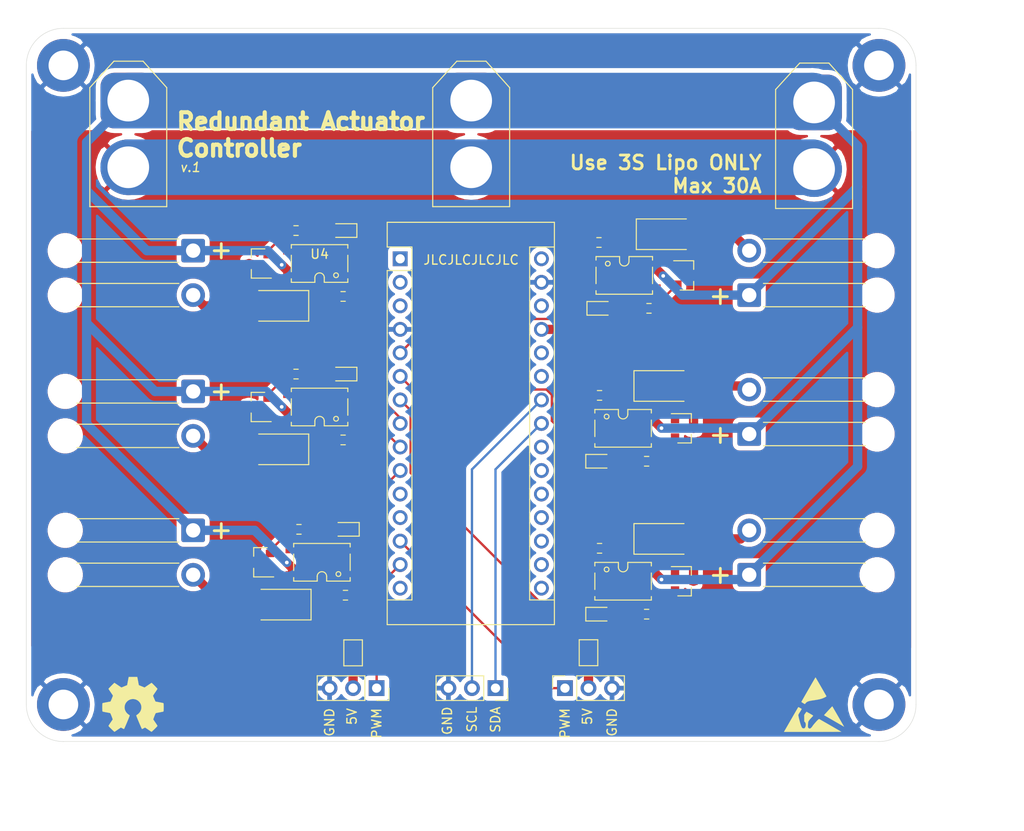
<source format=kicad_pcb>
(kicad_pcb (version 20171130) (host pcbnew "(5.1.9)-1")
  (layers (0 F.Cu signal) (31 B.Cu signal) (34 B.Paste user) (35 F.Paste user) (36 B.SilkS user) (37 F.SilkS user) (38 B.Mask user) (39 F.Mask user) (44 Edge.Cuts user))
  (net 0 "")
  (net 1 "Net-(A1-Pad16)")
  (net 2 "Net-(A1-Pad15)")
  (net 3 "Net-(A1-Pad30)")
  (net 4 ESC2)
  (net 5 GNDD)
  (net 6 ESC1)
  (net 7 "Net-(A1-Pad28)")
  (net 8 "Net-(A1-Pad12)")
  (net 9 +5V)
  (net 10 "Net-(A1-Pad11)")
  (net 11 "Net-(A1-Pad26)")
  (net 12 IN6)
  (net 13 "Net-(A1-Pad25)")
  (net 14 IN5)
  (net 15 SCL)
  (net 16 IN4)
  (net 17 SDA)
  (net 18 IN3)
  (net 19 "Net-(A1-Pad22)")
  (net 20 IN2)
  (net 21 "Net-(A1-Pad21)")
  (net 22 IN1)
  (net 23 "Net-(A1-Pad20)")
  (net 24 "Net-(A1-Pad19)")
  (net 25 "Net-(A1-Pad3)")
  (net 26 "Net-(A1-Pad18)")
  (net 27 "Net-(A1-Pad2)")
  (net 28 "Net-(A1-Pad17)")
  (net 29 "Net-(A1-Pad1)")
  (net 30 "Net-(D1-Pad2)")
  (net 31 "Net-(D2-Pad2)")
  (net 32 "Net-(D3-Pad2)")
  (net 33 "Net-(D4-Pad2)")
  (net 34 "Net-(D5-Pad2)")
  (net 35 "Net-(D6-Pad2)")
  (net 36 "Net-(D7-Pad2)")
  (net 37 +12V)
  (net 38 "Net-(D8-Pad2)")
  (net 39 "Net-(D9-Pad2)")
  (net 40 "Net-(D10-Pad2)")
  (net 41 "Net-(D11-Pad2)")
  (net 42 "Net-(D12-Pad2)")
  (net 43 "Net-(J1-Pad2)")
  (net 44 GNDPWR)
  (net 45 "Net-(J4-Pad2)")
  (net 46 "Net-(Q1-Pad2)")
  (net 47 "Net-(Q2-Pad2)")
  (net 48 "Net-(Q3-Pad2)")
  (net 49 "Net-(Q4-Pad2)")
  (net 50 "Net-(Q5-Pad2)")
  (net 51 "Net-(Q6-Pad2)")
  (net 52 "Net-(R1-Pad1)")
  (net 53 "Net-(R2-Pad1)")
  (net 54 "Net-(R3-Pad1)")
  (net 55 "Net-(R4-Pad1)")
  (net 56 "Net-(R5-Pad1)")
  (net 57 "Net-(R6-Pad1)")
  (net 58 "Net-(R7-Pad2)")
  (net 59 "Net-(R8-Pad2)")
  (net 60 "Net-(R9-Pad2)")
  (net 61 "Net-(R10-Pad2)")
  (net 62 "Net-(R11-Pad2)")
  (net 63 "Net-(R12-Pad2)")
  (module Symbol:ESD-Logo_6.6x6mm_SilkScreen (layer F.Cu) (at -29 104)
    (fp_text reference REF** hide)
    (fp_text value ESD-Logo_6.6x6mm_SilkScreen hide)
  )
  (module Symbol:OSHW-Symbol_6.7x6mm_SilkScreen (layer F.Cu) (at -102.5 104)
    (fp_text reference REF** hide)
    (fp_text value OSHW-Symbol_6.7x6mm_SilkScreen hide)
  )
  (module Connector_Wire:SolderWire-0.75sqmm_1x02_P4.8mm_D1.25mm_OD2.3mm_Relief (layer F.Cu) (at -96 55 270)
    (fp_text reference J10)
    (fp_text value Conn_01x02)
    (pad "" np_thru_hole circle (at 4.8 13.8 270) (size 2.8 2.8) (drill 2.8) (layers *.Cu *.Mask))
    (pad "" np_thru_hole circle (at 0 13.8 270) (size 2.8 2.8) (drill 2.8) (layers *.Cu *.Mask))
    (pad 2 thru_hole circle (at 4.8 0 270) (size 2.55 2.55) (drill 1.55) (layers *.Cu *.Mask) (net 40 "Net-(D10-Pad2)"))
    (pad 1 thru_hole roundrect (at 0 0 270) (size 2.55 2.55) (drill 1.55) (layers *.Cu *.Mask) (roundrect_rratio 0.09803882352941176) (net 37 +12V))
  )
  (module Connector_AMASS:AMASS_XT60-M_1x02_P7.20mm_Vertical (layer F.Cu) (at -29 39 270)
    (fp_text reference J3)
    (fp_text value ESC1)
    (pad 1 thru_hole roundrect (at 0 0 270) (size 6 6) (drill 4.5) (layers *.Cu *.Mask) (net 37 +12V))
    (pad 2 thru_hole circle (at 7.2 0 270) (size 6 6) (drill 4.5) (layers *.Cu *.Mask) (net 44 GNDPWR))
  )
  (module Connector_AMASS:AMASS_XT60-M_1x02_P7.20mm_Vertical (layer F.Cu) (at -103 38.8 270)
    (fp_text reference J6)
    (fp_text value ESC2)
    (pad 1 thru_hole roundrect (at 0 0 270) (size 6 6) (drill 4.5) (layers *.Cu *.Mask) (net 37 +12V))
    (pad 2 thru_hole circle (at 7.2 0 270) (size 6 6) (drill 4.5) (layers *.Cu *.Mask) (net 44 GNDPWR))
  )
  (module Connector_AMASS:AMASS_XT60-M_1x02_P7.20mm_Vertical (layer F.Cu) (at -66 38.8 270)
    (fp_text reference J2)
    (fp_text value BATT)
    (pad 1 thru_hole roundrect (at 0 0 270) (size 6 6) (drill 4.5) (layers *.Cu *.Mask) (net 37 +12V))
    (pad 2 thru_hole circle (at 7.2 0 270) (size 6 6) (drill 4.5) (layers *.Cu *.Mask) (net 44 GNDPWR))
  )
  (module MountingHole:MountingHole_3.2mm_M3_ISO7380_Pad (layer F.Cu) (at -110 104)
    (fp_text reference H2)
    (fp_text value M3)
    (pad 1 thru_hole circle (at 0 0) (size 5.7 5.7) (drill 3.2) (layers *.Cu *.Mask) (net 5 GNDD))
  )
  (module MountingHole:MountingHole_3.2mm_M3_ISO7380_Pad (layer F.Cu) (at -110 35)
    (fp_text reference H1)
    (fp_text value M3)
    (pad 1 thru_hole circle (at 0 0) (size 5.7 5.7) (drill 3.2) (layers *.Cu *.Mask) (net 5 GNDD))
  )
  (module Module:Arduino_Nano (layer F.Cu) (at -73.66 55.88)
    (fp_text reference A1)
    (fp_text value Arduino_Nano_v2.x)
    (pad 16 thru_hole oval (at 15.24 35.56) (size 1.6 1.6) (drill 1) (layers *.Cu *.Mask) (net 1 "Net-(A1-Pad16)"))
    (pad 15 thru_hole oval (at 0 35.56) (size 1.6 1.6) (drill 1) (layers *.Cu *.Mask) (net 2 "Net-(A1-Pad15)"))
    (pad 30 thru_hole oval (at 15.24 0) (size 1.6 1.6) (drill 1) (layers *.Cu *.Mask) (net 3 "Net-(A1-Pad30)"))
    (pad 14 thru_hole oval (at 0 33.02) (size 1.6 1.6) (drill 1) (layers *.Cu *.Mask) (net 4 ESC2))
    (pad 29 thru_hole oval (at 15.24 2.54) (size 1.6 1.6) (drill 1) (layers *.Cu *.Mask) (net 5 GNDD))
    (pad 13 thru_hole oval (at 0 30.48) (size 1.6 1.6) (drill 1) (layers *.Cu *.Mask) (net 6 ESC1))
    (pad 28 thru_hole oval (at 15.24 5.08) (size 1.6 1.6) (drill 1) (layers *.Cu *.Mask) (net 7 "Net-(A1-Pad28)"))
    (pad 12 thru_hole oval (at 0 27.94) (size 1.6 1.6) (drill 1) (layers *.Cu *.Mask) (net 8 "Net-(A1-Pad12)"))
    (pad 27 thru_hole oval (at 15.24 7.62) (size 1.6 1.6) (drill 1) (layers *.Cu *.Mask) (net 9 +5V))
    (pad 11 thru_hole oval (at 0 25.4) (size 1.6 1.6) (drill 1) (layers *.Cu *.Mask) (net 10 "Net-(A1-Pad11)"))
    (pad 26 thru_hole oval (at 15.24 10.16) (size 1.6 1.6) (drill 1) (layers *.Cu *.Mask) (net 11 "Net-(A1-Pad26)"))
    (pad 10 thru_hole oval (at 0 22.86) (size 1.6 1.6) (drill 1) (layers *.Cu *.Mask) (net 12 IN6))
    (pad 25 thru_hole oval (at 15.24 12.7) (size 1.6 1.6) (drill 1) (layers *.Cu *.Mask) (net 13 "Net-(A1-Pad25)"))
    (pad 9 thru_hole oval (at 0 20.32) (size 1.6 1.6) (drill 1) (layers *.Cu *.Mask) (net 14 IN5))
    (pad 24 thru_hole oval (at 15.24 15.24) (size 1.6 1.6) (drill 1) (layers *.Cu *.Mask) (net 15 SCL))
    (pad 8 thru_hole oval (at 0 17.78) (size 1.6 1.6) (drill 1) (layers *.Cu *.Mask) (net 16 IN4))
    (pad 23 thru_hole oval (at 15.24 17.78) (size 1.6 1.6) (drill 1) (layers *.Cu *.Mask) (net 17 SDA))
    (pad 7 thru_hole oval (at 0 15.24) (size 1.6 1.6) (drill 1) (layers *.Cu *.Mask) (net 18 IN3))
    (pad 22 thru_hole oval (at 15.24 20.32) (size 1.6 1.6) (drill 1) (layers *.Cu *.Mask) (net 19 "Net-(A1-Pad22)"))
    (pad 6 thru_hole oval (at 0 12.7) (size 1.6 1.6) (drill 1) (layers *.Cu *.Mask) (net 20 IN2))
    (pad 21 thru_hole oval (at 15.24 22.86) (size 1.6 1.6) (drill 1) (layers *.Cu *.Mask) (net 21 "Net-(A1-Pad21)"))
    (pad 5 thru_hole oval (at 0 10.16) (size 1.6 1.6) (drill 1) (layers *.Cu *.Mask) (net 22 IN1))
    (pad 20 thru_hole oval (at 15.24 25.4) (size 1.6 1.6) (drill 1) (layers *.Cu *.Mask) (net 23 "Net-(A1-Pad20)"))
    (pad 4 thru_hole oval (at 0 7.62) (size 1.6 1.6) (drill 1) (layers *.Cu *.Mask) (net 5 GNDD))
    (pad 19 thru_hole oval (at 15.24 27.94) (size 1.6 1.6) (drill 1) (layers *.Cu *.Mask) (net 24 "Net-(A1-Pad19)"))
    (pad 3 thru_hole oval (at 0 5.08) (size 1.6 1.6) (drill 1) (layers *.Cu *.Mask) (net 25 "Net-(A1-Pad3)"))
    (pad 18 thru_hole oval (at 15.24 30.48) (size 1.6 1.6) (drill 1) (layers *.Cu *.Mask) (net 26 "Net-(A1-Pad18)"))
    (pad 2 thru_hole oval (at 0 2.54) (size 1.6 1.6) (drill 1) (layers *.Cu *.Mask) (net 27 "Net-(A1-Pad2)"))
    (pad 17 thru_hole oval (at 15.24 33.02) (size 1.6 1.6) (drill 1) (layers *.Cu *.Mask) (net 28 "Net-(A1-Pad17)"))
    (pad 1 thru_hole rect (at 0 0) (size 1.6 1.6) (drill 1) (layers *.Cu *.Mask) (net 29 "Net-(A1-Pad1)"))
  )
  (module Connector_Wire:SolderWire-0.75sqmm_1x02_P4.8mm_D1.25mm_OD2.3mm_Relief (layer F.Cu) (at -96 85.2 270)
    (fp_text reference J12)
    (fp_text value Conn_01x02)
    (pad "" np_thru_hole circle (at 4.8 13.8 270) (size 2.8 2.8) (drill 2.8) (layers *.Cu *.Mask))
    (pad "" np_thru_hole circle (at 0 13.8 270) (size 2.8 2.8) (drill 2.8) (layers *.Cu *.Mask))
    (pad 2 thru_hole circle (at 4.8 0 270) (size 2.55 2.55) (drill 1.55) (layers *.Cu *.Mask) (net 42 "Net-(D12-Pad2)"))
    (pad 1 thru_hole roundrect (at 0 0 270) (size 2.55 2.55) (drill 1.55) (layers *.Cu *.Mask) (roundrect_rratio 0.09803882352941176) (net 37 +12V))
  )
  (module Connector_Wire:SolderWire-0.75sqmm_1x02_P4.8mm_D1.25mm_OD2.3mm_Relief (layer F.Cu) (at -96 70.2 270)
    (fp_text reference J11)
    (fp_text value Conn_01x02)
    (pad "" np_thru_hole circle (at 4.8 13.8 270) (size 2.8 2.8) (drill 2.8) (layers *.Cu *.Mask))
    (pad "" np_thru_hole circle (at 0 13.8 270) (size 2.8 2.8) (drill 2.8) (layers *.Cu *.Mask))
    (pad 2 thru_hole circle (at 4.8 0 270) (size 2.55 2.55) (drill 1.55) (layers *.Cu *.Mask) (net 41 "Net-(D11-Pad2)"))
    (pad 1 thru_hole roundrect (at 0 0 270) (size 2.55 2.55) (drill 1.55) (layers *.Cu *.Mask) (roundrect_rratio 0.09803882352941176) (net 37 +12V))
  )
  (module Connector_Wire:SolderWire-0.75sqmm_1x02_P4.8mm_D1.25mm_OD2.3mm_Relief (layer F.Cu) (at -36 90 90)
    (fp_text reference J9)
    (fp_text value Conn_01x02)
    (pad "" np_thru_hole circle (at 4.8 13.8 90) (size 2.8 2.8) (drill 2.8) (layers *.Cu *.Mask))
    (pad "" np_thru_hole circle (at 0 13.8 90) (size 2.8 2.8) (drill 2.8) (layers *.Cu *.Mask))
    (pad 2 thru_hole circle (at 4.8 0 90) (size 2.55 2.55) (drill 1.55) (layers *.Cu *.Mask) (net 39 "Net-(D9-Pad2)"))
    (pad 1 thru_hole roundrect (at 0 0 90) (size 2.55 2.55) (drill 1.55) (layers *.Cu *.Mask) (roundrect_rratio 0.09803882352941176) (net 37 +12V))
  )
  (module Connector_Wire:SolderWire-0.75sqmm_1x02_P4.8mm_D1.25mm_OD2.3mm_Relief (layer F.Cu) (at -36 74.8 90)
    (fp_text reference J8)
    (fp_text value Conn_01x02)
    (pad "" np_thru_hole circle (at 4.8 13.8 90) (size 2.8 2.8) (drill 2.8) (layers *.Cu *.Mask))
    (pad "" np_thru_hole circle (at 0 13.8 90) (size 2.8 2.8) (drill 2.8) (layers *.Cu *.Mask))
    (pad 2 thru_hole circle (at 4.8 0 90) (size 2.55 2.55) (drill 1.55) (layers *.Cu *.Mask) (net 38 "Net-(D8-Pad2)"))
    (pad 1 thru_hole roundrect (at 0 0 90) (size 2.55 2.55) (drill 1.55) (layers *.Cu *.Mask) (roundrect_rratio 0.09803882352941176) (net 37 +12V))
  )
  (module Connector_Wire:SolderWire-0.75sqmm_1x02_P4.8mm_D1.25mm_OD2.3mm_Relief (layer F.Cu) (at -36 59.8 90)
    (fp_text reference J7)
    (fp_text value Conn_01x02)
    (pad "" np_thru_hole circle (at 4.8 13.8 90) (size 2.8 2.8) (drill 2.8) (layers *.Cu *.Mask))
    (pad "" np_thru_hole circle (at 0 13.8 90) (size 2.8 2.8) (drill 2.8) (layers *.Cu *.Mask))
    (pad 2 thru_hole circle (at 4.8 0 90) (size 2.55 2.55) (drill 1.55) (layers *.Cu *.Mask) (net 36 "Net-(D7-Pad2)"))
    (pad 1 thru_hole roundrect (at 0 0 90) (size 2.55 2.55) (drill 1.55) (layers *.Cu *.Mask) (roundrect_rratio 0.09803882352941176) (net 37 +12V))
  )
  (module MountingHole:MountingHole_3.2mm_M3_ISO7380_Pad (layer F.Cu) (at -22 35)
    (fp_text reference H4)
    (fp_text value M3)
    (pad 1 thru_hole circle (at 0 0) (size 5.7 5.7) (drill 3.2) (layers *.Cu *.Mask) (net 5 GNDD))
  )
  (module MountingHole:MountingHole_3.2mm_M3_ISO7380_Pad (layer F.Cu) (at -22 104)
    (fp_text reference H3)
    (fp_text value M3)
    (pad 1 thru_hole circle (at 0 0) (size 5.7 5.7) (drill 3.2) (layers *.Cu *.Mask) (net 5 GNDD))
  )
  (module Diode_SMD:D_SMA (layer F.Cu) (at -86.676 93.218 180)
    (fp_text reference D12)
    (fp_text value 1kV)
    (pad 2 smd rect (at 2 0 180) (size 2.5 1.8) (layers F.Cu F.Paste F.Mask) (net 42 "Net-(D12-Pad2)"))
    (pad 1 smd rect (at -2 0 180) (size 2.5 1.8) (layers F.Cu F.Paste F.Mask) (net 37 +12V))
  )
  (module Diode_SMD:D_SMA (layer F.Cu) (at -86.93 76.454 180)
    (fp_text reference D11)
    (fp_text value 1kV)
    (pad 2 smd rect (at 2 0 180) (size 2.5 1.8) (layers F.Cu F.Paste F.Mask) (net 41 "Net-(D11-Pad2)"))
    (pad 1 smd rect (at -2 0 180) (size 2.5 1.8) (layers F.Cu F.Paste F.Mask) (net 37 +12V))
  )
  (module Diode_SMD:D_SMA (layer F.Cu) (at -86.93 60.96 180)
    (fp_text reference D10)
    (fp_text value 1kV)
    (pad 2 smd rect (at 2 0 180) (size 2.5 1.8) (layers F.Cu F.Paste F.Mask) (net 40 "Net-(D10-Pad2)"))
    (pad 1 smd rect (at -2 0 180) (size 2.5 1.8) (layers F.Cu F.Paste F.Mask) (net 37 +12V))
  )
  (module Diode_SMD:D_SMA (layer F.Cu) (at -45.036 86.122)
    (fp_text reference D9)
    (fp_text value 1kV)
    (pad 2 smd rect (at 2 0) (size 2.5 1.8) (layers F.Cu F.Paste F.Mask) (net 39 "Net-(D9-Pad2)"))
    (pad 1 smd rect (at -2 0) (size 2.5 1.8) (layers F.Cu F.Paste F.Mask) (net 37 +12V))
  )
  (module Diode_SMD:D_SMA (layer F.Cu) (at -45.036 69.612)
    (fp_text reference D8)
    (fp_text value 1kV)
    (pad 2 smd rect (at 2 0) (size 2.5 1.8) (layers F.Cu F.Paste F.Mask) (net 38 "Net-(D8-Pad2)"))
    (pad 1 smd rect (at -2 0) (size 2.5 1.8) (layers F.Cu F.Paste F.Mask) (net 37 +12V))
  )
  (module Package_SO:SOP-4_4.1x4.4x2.54P (layer F.Cu) (at -82.104 88.646 180)
    (fp_text reference U6)
    (fp_text value EL357N)
    (pad 4 smd rect (at 3.175 -1.27 180) (size 1.5 0.6) (layers F.Cu F.Paste F.Mask) (net 37 +12V))
    (pad 3 smd rect (at 3.175 1.27 180) (size 1.5 0.6) (layers F.Cu F.Paste F.Mask) (net 63 "Net-(R12-Pad2)"))
    (pad 2 smd rect (at -3.175 1.27 180) (size 1.5 0.6) (layers F.Cu F.Paste F.Mask) (net 35 "Net-(D6-Pad2)"))
    (pad 1 smd rect (at -3.175 -1.27 180) (size 1.5 0.6) (layers F.Cu F.Paste F.Mask) (net 57 "Net-(R6-Pad1)"))
  )
  (module Package_SO:SOP-4_4.1x4.4x2.54P (layer F.Cu) (at -82.358 71.882 180)
    (fp_text reference U5)
    (fp_text value EL357N)
    (pad 4 smd rect (at 3.175 -1.27 180) (size 1.5 0.6) (layers F.Cu F.Paste F.Mask) (net 37 +12V))
    (pad 3 smd rect (at 3.175 1.27 180) (size 1.5 0.6) (layers F.Cu F.Paste F.Mask) (net 62 "Net-(R11-Pad2)"))
    (pad 2 smd rect (at -3.175 1.27 180) (size 1.5 0.6) (layers F.Cu F.Paste F.Mask) (net 34 "Net-(D5-Pad2)"))
    (pad 1 smd rect (at -3.175 -1.27 180) (size 1.5 0.6) (layers F.Cu F.Paste F.Mask) (net 56 "Net-(R5-Pad1)"))
  )
  (module Package_SO:SOP-4_4.1x4.4x2.54P (layer F.Cu) (at -82.358 56.388 180)
    (fp_text reference U4 (at 0 1.016) (layer F.SilkS))
    (fp_text value EL357N)
    (pad 4 smd rect (at 3.175 -1.27 180) (size 1.5 0.6) (layers F.Cu F.Paste F.Mask) (net 37 +12V))
    (pad 3 smd rect (at 3.175 1.27 180) (size 1.5 0.6) (layers F.Cu F.Paste F.Mask) (net 61 "Net-(R10-Pad2)"))
    (pad 2 smd rect (at -3.175 1.27 180) (size 1.5 0.6) (layers F.Cu F.Paste F.Mask) (net 33 "Net-(D4-Pad2)"))
    (pad 1 smd rect (at -3.175 -1.27 180) (size 1.5 0.6) (layers F.Cu F.Paste F.Mask) (net 55 "Net-(R4-Pad1)"))
  )
  (module Package_SO:SOP-4_4.1x4.4x2.54P (layer F.Cu) (at -49.608 90.694)
    (fp_text reference U3)
    (fp_text value EL357N)
    (pad 4 smd rect (at 3.175 -1.27) (size 1.5 0.6) (layers F.Cu F.Paste F.Mask) (net 37 +12V))
    (pad 3 smd rect (at 3.175 1.27) (size 1.5 0.6) (layers F.Cu F.Paste F.Mask) (net 60 "Net-(R9-Pad2)"))
    (pad 2 smd rect (at -3.175 1.27) (size 1.5 0.6) (layers F.Cu F.Paste F.Mask) (net 32 "Net-(D3-Pad2)"))
    (pad 1 smd rect (at -3.175 -1.27) (size 1.5 0.6) (layers F.Cu F.Paste F.Mask) (net 54 "Net-(R3-Pad1)"))
  )
  (module Package_SO:SOP-4_4.1x4.4x2.54P (layer F.Cu) (at -49.608 74.184)
    (fp_text reference U2)
    (fp_text value EL357N)
    (pad 4 smd rect (at 3.175 -1.27) (size 1.5 0.6) (layers F.Cu F.Paste F.Mask) (net 37 +12V))
    (pad 3 smd rect (at 3.175 1.27) (size 1.5 0.6) (layers F.Cu F.Paste F.Mask) (net 59 "Net-(R8-Pad2)"))
    (pad 2 smd rect (at -3.175 1.27) (size 1.5 0.6) (layers F.Cu F.Paste F.Mask) (net 31 "Net-(D2-Pad2)"))
    (pad 1 smd rect (at -3.175 -1.27) (size 1.5 0.6) (layers F.Cu F.Paste F.Mask) (net 53 "Net-(R2-Pad1)"))
  )
  (module Package_SO:SOP-4_4.1x4.4x2.54P (layer F.Cu) (at -49.481 57.674)
    (fp_text reference U1)
    (fp_text value EL357N)
    (pad 4 smd rect (at 3.175 -1.27) (size 1.5 0.6) (layers F.Cu F.Paste F.Mask) (net 37 +12V))
    (pad 3 smd rect (at 3.175 1.27) (size 1.5 0.6) (layers F.Cu F.Paste F.Mask) (net 58 "Net-(R7-Pad2)"))
    (pad 2 smd rect (at -3.175 1.27) (size 1.5 0.6) (layers F.Cu F.Paste F.Mask) (net 30 "Net-(D1-Pad2)"))
    (pad 1 smd rect (at -3.175 -1.27) (size 1.5 0.6) (layers F.Cu F.Paste F.Mask) (net 52 "Net-(R1-Pad1)"))
  )
  (module Resistor_SMD:R_0603_1608Metric (layer F.Cu) (at -84.582 85.09)
    (fp_text reference R12)
    (fp_text value 1k)
    (pad 2 smd roundrect (at 0.825 0) (size 0.8 0.95) (layers F.Cu F.Paste F.Mask) (net 63 "Net-(R12-Pad2)"))
    (pad 1 smd roundrect (at -0.825 0) (size 0.8 0.95) (layers F.Cu F.Paste F.Mask) (net 51 "Net-(Q6-Pad2)"))
  )
  (module Resistor_SMD:R_0603_1608Metric (layer F.Cu) (at -84.898 68.326)
    (fp_text reference R11)
    (fp_text value 1k)
    (pad 2 smd roundrect (at 0.825 0) (size 0.8 0.95) (layers F.Cu F.Paste F.Mask) (net 62 "Net-(R11-Pad2)"))
    (pad 1 smd roundrect (at -0.825 0) (size 0.8 0.95) (layers F.Cu F.Paste F.Mask) (net 50 "Net-(Q5-Pad2)"))
  )
  (module Resistor_SMD:R_0603_1608Metric (layer F.Cu) (at -84.898 52.832)
    (fp_text reference R10)
    (fp_text value 1k)
    (pad 2 smd roundrect (at 0.825 0) (size 0.8 0.95) (layers F.Cu F.Paste F.Mask) (net 61 "Net-(R10-Pad2)"))
    (pad 1 smd roundrect (at -0.825 0) (size 0.8 0.95) (layers F.Cu F.Paste F.Mask) (net 49 "Net-(Q4-Pad2)"))
  )
  (module Resistor_SMD:R_0603_1608Metric (layer F.Cu) (at -47.068 94.25 180)
    (fp_text reference R9)
    (fp_text value 1k)
    (pad 2 smd roundrect (at 0.825 0 180) (size 0.8 0.95) (layers F.Cu F.Paste F.Mask) (net 60 "Net-(R9-Pad2)"))
    (pad 1 smd roundrect (at -0.825 0 180) (size 0.8 0.95) (layers F.Cu F.Paste F.Mask) (net 48 "Net-(Q3-Pad2)"))
  )
  (module Resistor_SMD:R_0603_1608Metric (layer F.Cu) (at -47.068 77.74 180)
    (fp_text reference R8)
    (fp_text value 1k)
    (pad 2 smd roundrect (at 0.825 0 180) (size 0.8 0.95) (layers F.Cu F.Paste F.Mask) (net 59 "Net-(R8-Pad2)"))
    (pad 1 smd roundrect (at -0.825 0 180) (size 0.8 0.95) (layers F.Cu F.Paste F.Mask) (net 47 "Net-(Q2-Pad2)"))
  )
  (module Resistor_SMD:R_0603_1608Metric (layer F.Cu) (at -46.814 61.23 180)
    (fp_text reference R7)
    (fp_text value 1k)
    (pad 2 smd roundrect (at 0.825 0 180) (size 0.8 0.95) (layers F.Cu F.Paste F.Mask) (net 58 "Net-(R7-Pad2)"))
    (pad 1 smd roundrect (at -0.825 0 180) (size 0.8 0.95) (layers F.Cu F.Paste F.Mask) (net 46 "Net-(Q1-Pad2)"))
  )
  (module Resistor_SMD:R_0603_1608Metric (layer F.Cu) (at -79.564 92.202 180)
    (fp_text reference R6)
    (fp_text value 1k)
    (pad 2 smd roundrect (at 0.825 0 180) (size 0.8 0.95) (layers F.Cu F.Paste F.Mask) (net 9 +5V))
    (pad 1 smd roundrect (at -0.825 0 180) (size 0.8 0.95) (layers F.Cu F.Paste F.Mask) (net 57 "Net-(R6-Pad1)"))
  )
  (module Resistor_SMD:R_0603_1608Metric (layer F.Cu) (at -79.818 75.438 180)
    (fp_text reference R5)
    (fp_text value 1k)
    (pad 2 smd roundrect (at 0.825 0 180) (size 0.8 0.95) (layers F.Cu F.Paste F.Mask) (net 9 +5V))
    (pad 1 smd roundrect (at -0.825 0 180) (size 0.8 0.95) (layers F.Cu F.Paste F.Mask) (net 56 "Net-(R5-Pad1)"))
  )
  (module Resistor_SMD:R_0603_1608Metric (layer F.Cu) (at -79.818 59.944 180)
    (fp_text reference R4)
    (fp_text value 1k)
    (pad 2 smd roundrect (at 0.825 0 180) (size 0.8 0.95) (layers F.Cu F.Paste F.Mask) (net 9 +5V))
    (pad 1 smd roundrect (at -0.825 0 180) (size 0.8 0.95) (layers F.Cu F.Paste F.Mask) (net 55 "Net-(R4-Pad1)"))
  )
  (module Resistor_SMD:R_0603_1608Metric (layer F.Cu) (at -52.148 87.138)
    (fp_text reference R3)
    (fp_text value 1k)
    (pad 2 smd roundrect (at 0.825 0) (size 0.8 0.95) (layers F.Cu F.Paste F.Mask) (net 9 +5V))
    (pad 1 smd roundrect (at -0.825 0) (size 0.8 0.95) (layers F.Cu F.Paste F.Mask) (net 54 "Net-(R3-Pad1)"))
  )
  (module Resistor_SMD:R_0603_1608Metric (layer F.Cu) (at -52.148 70.628)
    (fp_text reference R2)
    (fp_text value 1k)
    (pad 2 smd roundrect (at 0.825 0) (size 0.8 0.95) (layers F.Cu F.Paste F.Mask) (net 9 +5V))
    (pad 1 smd roundrect (at -0.825 0) (size 0.8 0.95) (layers F.Cu F.Paste F.Mask) (net 53 "Net-(R2-Pad1)"))
  )
  (module Resistor_SMD:R_0603_1608Metric (layer F.Cu) (at -52.211 54.118)
    (fp_text reference R1)
    (fp_text value 1k)
    (pad 2 smd roundrect (at 0.825 0) (size 0.8 0.95) (layers F.Cu F.Paste F.Mask) (net 9 +5V))
    (pad 1 smd roundrect (at -0.825 0) (size 0.8 0.95) (layers F.Cu F.Paste F.Mask) (net 52 "Net-(R1-Pad1)"))
  )
  (module Package_TO_SOT_SMD:SOT-23 (layer F.Cu) (at -88.708 88.646 180)
    (fp_text reference Q6)
    (fp_text value 2SC3356)
    (pad 3 smd rect (at 1 0 180) (size 0.9 0.8) (layers F.Cu F.Paste F.Mask) (net 42 "Net-(D12-Pad2)"))
    (pad 2 smd rect (at -1 0.95 180) (size 0.9 0.8) (layers F.Cu F.Paste F.Mask) (net 51 "Net-(Q6-Pad2)"))
    (pad 1 smd rect (at -1 -0.95 180) (size 0.9 0.8) (layers F.Cu F.Paste F.Mask) (net 44 GNDPWR))
  )
  (module Package_TO_SOT_SMD:SOT-23 (layer F.Cu) (at -88.978 71.882 180)
    (fp_text reference Q5)
    (fp_text value 2SC3356)
    (pad 3 smd rect (at 1 0 180) (size 0.9 0.8) (layers F.Cu F.Paste F.Mask) (net 41 "Net-(D11-Pad2)"))
    (pad 2 smd rect (at -1 0.95 180) (size 0.9 0.8) (layers F.Cu F.Paste F.Mask) (net 50 "Net-(Q5-Pad2)"))
    (pad 1 smd rect (at -1 -0.95 180) (size 0.9 0.8) (layers F.Cu F.Paste F.Mask) (net 44 GNDPWR))
  )
  (module Package_TO_SOT_SMD:SOT-23 (layer F.Cu) (at -88.962 56.388 180)
    (fp_text reference Q4)
    (fp_text value 2SC3356)
    (pad 3 smd rect (at 1 0 180) (size 0.9 0.8) (layers F.Cu F.Paste F.Mask) (net 40 "Net-(D10-Pad2)"))
    (pad 2 smd rect (at -1 0.95 180) (size 0.9 0.8) (layers F.Cu F.Paste F.Mask) (net 49 "Net-(Q4-Pad2)"))
    (pad 1 smd rect (at -1 -0.95 180) (size 0.9 0.8) (layers F.Cu F.Paste F.Mask) (net 44 GNDPWR))
  )
  (module Package_TO_SOT_SMD:SOT-23 (layer F.Cu) (at -43.004 90.694)
    (fp_text reference Q3)
    (fp_text value 2SC3356)
    (pad 3 smd rect (at 1 0) (size 0.9 0.8) (layers F.Cu F.Paste F.Mask) (net 39 "Net-(D9-Pad2)"))
    (pad 2 smd rect (at -1 0.95) (size 0.9 0.8) (layers F.Cu F.Paste F.Mask) (net 48 "Net-(Q3-Pad2)"))
    (pad 1 smd rect (at -1 -0.95) (size 0.9 0.8) (layers F.Cu F.Paste F.Mask) (net 44 GNDPWR))
  )
  (module Package_TO_SOT_SMD:SOT-23 (layer F.Cu) (at -43.004 74.184)
    (fp_text reference Q2)
    (fp_text value 2SC3356)
    (pad 3 smd rect (at 1 0) (size 0.9 0.8) (layers F.Cu F.Paste F.Mask) (net 38 "Net-(D8-Pad2)"))
    (pad 2 smd rect (at -1 0.95) (size 0.9 0.8) (layers F.Cu F.Paste F.Mask) (net 47 "Net-(Q2-Pad2)"))
    (pad 1 smd rect (at -1 -0.95) (size 0.9 0.8) (layers F.Cu F.Paste F.Mask) (net 44 GNDPWR))
  )
  (module Package_TO_SOT_SMD:SOT-23 (layer F.Cu) (at -42.75 57.674)
    (fp_text reference Q1)
    (fp_text value 2SC3356)
    (pad 3 smd rect (at 1 0) (size 0.9 0.8) (layers F.Cu F.Paste F.Mask) (net 36 "Net-(D7-Pad2)"))
    (pad 2 smd rect (at -1 0.95) (size 0.9 0.8) (layers F.Cu F.Paste F.Mask) (net 46 "Net-(Q1-Pad2)"))
    (pad 1 smd rect (at -1 -0.95) (size 0.9 0.8) (layers F.Cu F.Paste F.Mask) (net 44 GNDPWR))
  )
  (module Jumper:SolderJumper-2_P1.3mm_Open_Pad1.0x1.5mm (layer F.Cu) (at -78.74 98.425 270)
    (fp_text reference JP2)
    (fp_text value Open)
    (pad 1 smd rect (at -0.65 0 270) (size 1 1.5) (layers F.Cu F.Mask) (net 9 +5V))
    (pad 2 smd rect (at 0.65 0 270) (size 1 1.5) (layers F.Cu F.Mask) (net 45 "Net-(J4-Pad2)"))
  )
  (module Jumper:SolderJumper-2_P1.3mm_Open_Pad1.0x1.5mm (layer F.Cu) (at -53.34 98.41 270)
    (fp_text reference JP1)
    (fp_text value Open)
    (pad 1 smd rect (at -0.65 0 270) (size 1 1.5) (layers F.Cu F.Mask) (net 9 +5V))
    (pad 2 smd rect (at 0.65 0 270) (size 1 1.5) (layers F.Cu F.Mask) (net 43 "Net-(J1-Pad2)"))
  )
  (module Connector_PinSocket_2.54mm:PinSocket_1x03_P2.54mm_Vertical (layer F.Cu) (at -63.375 102.235 270)
    (fp_text reference J5)
    (fp_text value I2C)
    (pad 3 thru_hole oval (at 0 5.08 270) (size 1.7 1.7) (drill 1) (layers *.Cu *.Mask) (net 5 GNDD))
    (pad 2 thru_hole oval (at 0 2.54 270) (size 1.7 1.7) (drill 1) (layers *.Cu *.Mask) (net 15 SCL))
    (pad 1 thru_hole rect (at 0 0 270) (size 1.7 1.7) (drill 1) (layers *.Cu *.Mask) (net 17 SDA))
  )
  (module Connector_PinSocket_2.54mm:PinSocket_1x03_P2.54mm_Vertical (layer F.Cu) (at -76.2 102.235 270)
    (fp_text reference J4)
    (fp_text value BEC2)
    (pad 3 thru_hole oval (at 0 5.08 270) (size 1.7 1.7) (drill 1) (layers *.Cu *.Mask) (net 5 GNDD))
    (pad 2 thru_hole oval (at 0 2.54 270) (size 1.7 1.7) (drill 1) (layers *.Cu *.Mask) (net 45 "Net-(J4-Pad2)"))
    (pad 1 thru_hole rect (at 0 0 270) (size 1.7 1.7) (drill 1) (layers *.Cu *.Mask) (net 4 ESC2))
  )
  (module Connector_PinSocket_2.54mm:PinSocket_1x03_P2.54mm_Vertical (layer F.Cu) (at -55.88 102.235 90)
    (fp_text reference J1)
    (fp_text value BEC1)
    (pad 3 thru_hole oval (at 0 5.08 90) (size 1.7 1.7) (drill 1) (layers *.Cu *.Mask) (net 5 GNDD))
    (pad 2 thru_hole oval (at 0 2.54 90) (size 1.7 1.7) (drill 1) (layers *.Cu *.Mask) (net 43 "Net-(J1-Pad2)"))
    (pad 1 thru_hole rect (at 0 0 90) (size 1.7 1.7) (drill 1) (layers *.Cu *.Mask) (net 6 ESC1))
  )
  (module Diode_SMD:D_SMA (layer F.Cu) (at -44.782 53.229)
    (fp_text reference D7)
    (fp_text value 1kV)
    (pad 2 smd rect (at 2 0) (size 2.5 1.8) (layers F.Cu F.Paste F.Mask) (net 36 "Net-(D7-Pad2)"))
    (pad 1 smd rect (at -2 0) (size 2.5 1.8) (layers F.Cu F.Paste F.Mask) (net 37 +12V))
  )
  (module LED_SMD:LED_0603_1608Metric (layer F.Cu) (at -79.564 85.09 180)
    (fp_text reference D6)
    (fp_text value ON)
    (pad 2 smd roundrect (at 0.7875 0 180) (size 0.875 0.95) (layers F.Cu F.Paste F.Mask) (net 35 "Net-(D6-Pad2)"))
    (pad 1 smd roundrect (at -0.7875 0 180) (size 0.875 0.95) (layers F.Cu F.Paste F.Mask) (net 12 IN6))
  )
  (module LED_SMD:LED_0603_1608Metric (layer F.Cu) (at -79.818 68.326 180)
    (fp_text reference D5)
    (fp_text value ON)
    (pad 2 smd roundrect (at 0.7875 0 180) (size 0.875 0.95) (layers F.Cu F.Paste F.Mask) (net 34 "Net-(D5-Pad2)"))
    (pad 1 smd roundrect (at -0.7875 0 180) (size 0.875 0.95) (layers F.Cu F.Paste F.Mask) (net 14 IN5))
  )
  (module LED_SMD:LED_0603_1608Metric (layer F.Cu) (at -79.818 52.832 180)
    (fp_text reference D4)
    (fp_text value ON)
    (pad 2 smd roundrect (at 0.7875 0 180) (size 0.875 0.95) (layers F.Cu F.Paste F.Mask) (net 33 "Net-(D4-Pad2)"))
    (pad 1 smd roundrect (at -0.7875 0 180) (size 0.875 0.95) (layers F.Cu F.Paste F.Mask) (net 16 IN4))
  )
  (module LED_SMD:LED_0603_1608Metric (layer F.Cu) (at -52.148 94.25)
    (fp_text reference D3)
    (fp_text value ON)
    (pad 2 smd roundrect (at 0.7875 0) (size 0.875 0.95) (layers F.Cu F.Paste F.Mask) (net 32 "Net-(D3-Pad2)"))
    (pad 1 smd roundrect (at -0.7875 0) (size 0.875 0.95) (layers F.Cu F.Paste F.Mask) (net 18 IN3))
  )
  (module LED_SMD:LED_0603_1608Metric (layer F.Cu) (at -52.148 77.74)
    (fp_text reference D2)
    (fp_text value ON)
    (pad 2 smd roundrect (at 0.7875 0) (size 0.875 0.95) (layers F.Cu F.Paste F.Mask) (net 31 "Net-(D2-Pad2)"))
    (pad 1 smd roundrect (at -0.7875 0) (size 0.875 0.95) (layers F.Cu F.Paste F.Mask) (net 20 IN2))
  )
  (module LED_SMD:LED_0603_1608Metric (layer F.Cu) (at -52.021 61.23)
    (fp_text reference D1)
    (fp_text value ON)
    (pad 2 smd roundrect (at 0.7875 0) (size 0.875 0.95) (layers F.Cu F.Paste F.Mask) (net 30 "Net-(D1-Pad2)"))
    (pad 1 smd roundrect (at -0.7875 0) (size 0.875 0.95) (layers F.Cu F.Paste F.Mask) (net 22 IN1))
  )
  (gr_text JLCJLCJLCJLC (at -66 56) (layer F.SilkS) (effects (font (size 1 1))))
  (gr_text "Max 30A" (at -34.5 48) (layer F.SilkS) (effects (font (size 1.5 1.5) (thickness 0.3)) (justify right)))
  (gr_text "Use 3S Lipo ONLY" (at -34.5 45.5) (layer F.SilkS) (effects (font (size 1.5 1.5) (thickness 0.3)) (justify right)))
  (gr_text v.1 (at -97.5 46) (layer F.SilkS) (effects (font (size 1 1) (thickness 0.15) italic) (justify left)))
  (gr_text "Redundant Actuator \nController" (at -98 42.5) (layer F.SilkS) (effects (font (size 1.8 1.8) (thickness 0.45)) (justify left)))
  (gr_text + (at -39.116 59.817) (layer F.SilkS) (effects (font (size 2 2) (thickness 0.3))))
  (gr_text + (at -39.116 74.803) (layer F.SilkS) (effects (font (size 2 2) (thickness 0.3))))
  (gr_text + (at -39.116 89.916) (layer F.SilkS) (effects (font (size 2 2) (thickness 0.3))))
  (gr_text + (at -92.964 85.09) (layer F.SilkS) (effects (font (size 2 2) (thickness 0.3))))
  (gr_text + (at -92.964 70.104) (layer F.SilkS) (effects (font (size 2 2) (thickness 0.3))))
  (gr_text + (at -92.964 54.864) (layer F.SilkS) (effects (font (size 2 2) (thickness 0.3))))
  (gr_line (start -110 31) (end -22 31) (layer Edge.Cuts) (width 0.05))
  (gr_line (start -114 104) (end -114 35) (layer Edge.Cuts) (width 0.05))
  (gr_line (start -22 108) (end -110 108) (layer Edge.Cuts) (width 0.05))
  (gr_line (start -18 35) (end -18 104) (layer Edge.Cuts) (width 0.05))
  (gr_arc (start -22 35) (end -18 35) (angle -90) (layer Edge.Cuts) (width 0.05))
  (gr_arc (start -22 104) (end -22 108) (angle -90) (layer Edge.Cuts) (width 0.05))
  (gr_arc (start -110 104) (end -114 104) (angle -90) (layer Edge.Cuts) (width 0.05))
  (gr_arc (start -110 35) (end -110 31) (angle -90) (layer Edge.Cuts) (width 0.05))
  (gr_text PWM (at -55.88 104.3 90) (layer F.SilkS) (effects (font (size 1 1)) (justify right)))
  (gr_text 5V (at -53.465 104.3 90) (layer F.SilkS) (effects (font (size 1 1)) (justify right)))
  (gr_text GND (at -50.8 104.3 90) (layer F.SilkS) (effects (font (size 1 1)) (justify right)))
  (gr_text PWM (at -76.2 104.3 90) (layer F.SilkS) (effects (font (size 1 1)) (justify right)))
  (gr_text 5V (at -78.865 104.3 90) (layer F.SilkS) (effects (font (size 1 1)) (justify right)))
  (gr_text GND (at -68.58 104.14 90) (layer F.SilkS) (effects (font (size 1 1)) (justify right)))
  (gr_text GND (at -81.28 104.3 90) (layer F.SilkS) (effects (font (size 1 1)) (justify right)))
  (gr_text "SDA\n" (at -63.375 104.14 90) (layer F.SilkS) (effects (font (size 1 1)) (justify right)))
  (gr_text SCL (at -65.915 104.14 90) (layer F.SilkS) (effects (font (size 1 1)) (justify right)))
  (segment (start -76.2 91.44) (end -73.66 88.9) (width 0.25) (layer F.Cu) (net 4))
  (segment (start -76.2 102.235) (end -76.2 91.44) (width 0.25) (layer F.Cu) (net 4))
  (segment (start -57.785 102.235) (end -73.66 86.36) (width 0.25) (layer F.Cu) (net 6))
  (segment (start -55.88 102.235) (end -57.785 102.235) (width 0.25) (layer F.Cu) (net 6))
  (segment (start -50.09599 55.40801) (end -51.386 54.118) (width 1) (layer F.Cu) (net 9))
  (segment (start -51.656808 63.5) (end -50.09599 61.939182) (width 1) (layer F.Cu) (net 9))
  (segment (start -50.09599 61.939182) (end -50.09599 55.40801) (width 1) (layer F.Cu) (net 9))
  (segment (start -58.42 63.5) (end -51.656808 63.5) (width 1) (layer F.Cu) (net 9))
  (segment (start -81.74301 74.33799) (end -80.643 75.438) (width 1) (layer F.Cu) (net 9))
  (segment (start -81.74301 61.04401) (end -81.74301 74.33799) (width 1) (layer F.Cu) (net 9))
  (segment (start -80.643 59.944) (end -81.74301 61.04401) (width 1) (layer F.Cu) (net 9))
  (segment (start -81.74301 90.84799) (end -80.389 92.202) (width 1) (layer F.Cu) (net 9))
  (segment (start -81.74301 74.33799) (end -81.74301 90.84799) (width 1) (layer F.Cu) (net 9))
  (segment (start -80.389 96.126) (end -78.74 97.775) (width 1) (layer F.Cu) (net 9))
  (segment (start -80.389 92.202) (end -80.389 96.126) (width 1) (layer F.Cu) (net 9))
  (segment (start -50.09599 69.40099) (end -51.323 70.628) (width 1) (layer F.Cu) (net 9))
  (segment (start -50.09599 61.939182) (end -50.09599 69.40099) (width 1) (layer F.Cu) (net 9))
  (segment (start -50.09599 85.91099) (end -51.323 87.138) (width 1) (layer F.Cu) (net 9))
  (segment (start -50.09599 69.40099) (end -50.09599 85.91099) (width 1) (layer F.Cu) (net 9))
  (segment (start -53.096174 97.76) (end -53.34 97.76) (width 1) (layer F.Cu) (net 9))
  (segment (start -50.09599 94.759816) (end -53.096174 97.76) (width 1) (layer F.Cu) (net 9))
  (segment (start -50.09599 85.91099) (end -50.09599 94.759816) (width 1) (layer F.Cu) (net 9))
  (segment (start -81.74301 52.195184) (end -81.74301 61.04401) (width 1) (layer F.Cu) (net 9))
  (segment (start -81.204816 51.65699) (end -81.74301 52.195184) (width 1) (layer F.Cu) (net 9))
  (segment (start -53.37201 51.65699) (end -81.204816 51.65699) (width 1) (layer F.Cu) (net 9))
  (segment (start -51.386 53.643) (end -53.37201 51.65699) (width 1) (layer F.Cu) (net 9))
  (segment (start -51.386 54.118) (end -51.386 53.643) (width 1) (layer F.Cu) (net 9))
  (segment (start -78.7765 83.8565) (end -73.66 78.74) (width 0.25) (layer F.Cu) (net 12))
  (segment (start -78.7765 85.09) (end -78.7765 83.8565) (width 0.25) (layer F.Cu) (net 12))
  (segment (start -77.17825 72.68175) (end -73.66 76.2) (width 0.25) (layer F.Cu) (net 14))
  (segment (start -77.17825 70.17825) (end -77.17825 72.68175) (width 0.25) (layer F.Cu) (net 14))
  (segment (start -79.0305 68.326) (end -77.17825 70.17825) (width 0.25) (layer F.Cu) (net 14))
  (segment (start -65.915 78.615) (end -58.42 71.12) (width 0.25) (layer B.Cu) (net 15))
  (segment (start -65.915 102.235) (end -65.915 78.615) (width 0.25) (layer B.Cu) (net 15))
  (segment (start -79.0305 52.832) (end -79.0305 52.9695) (width 0.25) (layer F.Cu) (net 16))
  (segment (start -73.66 73.06009) (end -73.66 73.66) (width 0.25) (layer F.Cu) (net 16))
  (segment (start -76 70.72009) (end -73.66 73.06009) (width 0.25) (layer F.Cu) (net 16))
  (segment (start -76 56) (end -76 70.72009) (width 0.25) (layer F.Cu) (net 16))
  (segment (start -79.0305 52.9695) (end -76 56) (width 0.25) (layer F.Cu) (net 16))
  (segment (start -63.375 78.615) (end -58.42 73.66) (width 0.25) (layer B.Cu) (net 17))
  (segment (start -63.375 102.235) (end -63.375 78.615) (width 0.25) (layer B.Cu) (net 17))
  (segment (start -72.534999 72.245001) (end -73.66 71.12) (width 0.25) (layer F.Cu) (net 18))
  (segment (start -72.534999 78.990003) (end -72.534999 72.245001) (width 0.25) (layer F.Cu) (net 18))
  (segment (start -57.275002 94.25) (end -72.534999 78.990003) (width 0.25) (layer F.Cu) (net 18))
  (segment (start -52.9355 94.25) (end -57.275002 94.25) (width 0.25) (layer F.Cu) (net 18))
  (segment (start -72.245001 69.994999) (end -73.66 68.58) (width 0.25) (layer F.Cu) (net 20))
  (segment (start -57.294999 70.579999) (end -57.879999 69.994999) (width 0.25) (layer F.Cu) (net 20))
  (segment (start -57.294999 73.380501) (end -57.294999 70.579999) (width 0.25) (layer F.Cu) (net 20))
  (segment (start -57.879999 69.994999) (end -72.245001 69.994999) (width 0.25) (layer F.Cu) (net 20))
  (segment (start -52.9355 77.74) (end -57.294999 73.380501) (width 0.25) (layer F.Cu) (net 20))
  (segment (start -53.953499 62.374999) (end -69.994999 62.374999) (width 0.25) (layer F.Cu) (net 22))
  (segment (start -69.994999 62.374999) (end -73.66 66.04) (width 0.25) (layer F.Cu) (net 22))
  (segment (start -52.8085 61.23) (end -53.953499 62.374999) (width 0.25) (layer F.Cu) (net 22))
  (segment (start -51.2335 60.3665) (end -52.656 58.944) (width 0.25) (layer F.Cu) (net 30))
  (segment (start -51.2335 61.23) (end -51.2335 60.3665) (width 0.25) (layer F.Cu) (net 30))
  (segment (start -51.3605 76.8765) (end -52.783 75.454) (width 0.25) (layer F.Cu) (net 31))
  (segment (start -51.3605 77.74) (end -51.3605 76.8765) (width 0.25) (layer F.Cu) (net 31))
  (segment (start -51.3605 93.3865) (end -52.783 91.964) (width 0.25) (layer F.Cu) (net 32))
  (segment (start -51.3605 94.25) (end -51.3605 93.3865) (width 0.25) (layer F.Cu) (net 32))
  (segment (start -79.183 54.2545) (end -80.6055 52.832) (width 0.25) (layer F.Cu) (net 33))
  (segment (start -79.183 55.118) (end -79.183 54.2545) (width 0.25) (layer F.Cu) (net 33))
  (segment (start -79.183 69.7485) (end -80.6055 68.326) (width 0.25) (layer F.Cu) (net 34))
  (segment (start -79.183 70.612) (end -79.183 69.7485) (width 0.25) (layer F.Cu) (net 34))
  (segment (start -78.929 86.5125) (end -80.3515 85.09) (width 0.25) (layer F.Cu) (net 35))
  (segment (start -78.929 87.376) (end -78.929 86.5125) (width 0.25) (layer F.Cu) (net 35))
  (segment (start -37.771 53.229) (end -36 55) (width 1) (layer F.Cu) (net 36))
  (segment (start -42.782 53.229) (end -37.771 53.229) (width 1) (layer F.Cu) (net 36))
  (segment (start -41.75 54.261) (end -42.782 53.229) (width 1) (layer F.Cu) (net 36))
  (segment (start -41.75 57.674) (end -41.75 54.261) (width 1) (layer F.Cu) (net 36))
  (segment (start -103 38.8) (end -66 38.8) (width 6) (layer B.Cu) (net 37))
  (segment (start -29.2 38.8) (end -29 39) (width 6) (layer B.Cu) (net 37))
  (segment (start -66 38.8) (end -29.2 38.8) (width 6) (layer B.Cu) (net 37))
  (segment (start -46.306 53.705) (end -46.782 53.229) (width 1) (layer F.Cu) (net 37))
  (segment (start -46.306 56.404) (end -46.306 53.705) (width 1) (layer F.Cu) (net 37))
  (segment (start -24.300001 48.100001) (end -24.300001 63.300001) (width 1) (layer B.Cu) (net 37))
  (segment (start -35.8 74.8) (end -36 74.8) (width 1) (layer B.Cu) (net 37))
  (segment (start -24.300001 63.300001) (end -35.8 74.8) (width 1) (layer B.Cu) (net 37))
  (segment (start -24.300001 78.300001) (end -36 90) (width 1) (layer B.Cu) (net 37))
  (segment (start -24.300001 63.300001) (end -24.300001 78.300001) (width 1) (layer B.Cu) (net 37))
  (segment (start -24.300001 43.699999) (end -29 39) (width 1) (layer B.Cu) (net 37))
  (segment (start -24.300001 48.100001) (end -24.300001 43.699999) (width 1) (layer B.Cu) (net 37))
  (segment (start -36 59.8) (end -24.300001 48.100001) (width 1) (layer B.Cu) (net 37))
  (segment (start -47.036 72.311) (end -46.433 72.914) (width 1) (layer F.Cu) (net 37))
  (segment (start -47.036 69.612) (end -47.036 72.311) (width 1) (layer F.Cu) (net 37))
  (segment (start -47.036 88.821) (end -46.433 89.424) (width 1) (layer F.Cu) (net 37))
  (segment (start -47.036 86.122) (end -47.036 88.821) (width 1) (layer F.Cu) (net 37))
  (segment (start -85.533 60.357) (end -84.93 60.96) (width 1) (layer F.Cu) (net 37))
  (segment (start -85.533 57.658) (end -85.533 60.357) (width 1) (layer F.Cu) (net 37))
  (segment (start -85.533 75.851) (end -84.93 76.454) (width 1) (layer F.Cu) (net 37))
  (segment (start -85.533 73.152) (end -85.533 75.851) (width 1) (layer F.Cu) (net 37))
  (segment (start -85.279 92.615) (end -84.676 93.218) (width 1) (layer F.Cu) (net 37))
  (segment (start -85.279 89.916) (end -85.279 92.615) (width 1) (layer F.Cu) (net 37))
  (via (at -86.445484 56.530744) (size 0.8) (drill 0.4) (layers F.Cu B.Cu) (net 37))
  (segment (start -85.533 57.443228) (end -86.445484 56.530744) (width 1) (layer F.Cu) (net 37))
  (segment (start -85.533 57.658) (end -85.533 57.443228) (width 1) (layer F.Cu) (net 37))
  (segment (start -87.976228 55) (end -96 55) (width 1) (layer B.Cu) (net 37))
  (segment (start -86.445484 56.530744) (end -87.976228 55) (width 1) (layer B.Cu) (net 37))
  (via (at -86.445484 71.864015) (size 0.8) (drill 0.4) (layers F.Cu B.Cu) (net 37))
  (segment (start -85.533 72.776499) (end -86.445484 71.864015) (width 1) (layer F.Cu) (net 37))
  (segment (start -85.533 73.152) (end -85.533 72.776499) (width 1) (layer F.Cu) (net 37))
  (segment (start -88.109499 70.2) (end -96 70.2) (width 1) (layer B.Cu) (net 37))
  (segment (start -86.445484 71.864015) (end -88.109499 70.2) (width 1) (layer B.Cu) (net 37))
  (via (at -85.892933 88.670753) (size 0.8) (drill 0.4) (layers F.Cu B.Cu) (net 37))
  (segment (start -85.279 89.284686) (end -85.892933 88.670753) (width 1) (layer F.Cu) (net 37))
  (segment (start -85.279 89.916) (end -85.279 89.284686) (width 1) (layer F.Cu) (net 37))
  (segment (start -89.363686 85.2) (end -96 85.2) (width 1) (layer B.Cu) (net 37))
  (segment (start -85.892933 88.670753) (end -89.363686 85.2) (width 1) (layer B.Cu) (net 37))
  (via (at -45.280486 57.727936) (size 0.8) (drill 0.4) (layers F.Cu B.Cu) (net 37))
  (segment (start -46.306 56.702422) (end -45.280486 57.727936) (width 1) (layer F.Cu) (net 37))
  (segment (start -46.306 56.404) (end -46.306 56.702422) (width 1) (layer F.Cu) (net 37))
  (segment (start -43.208422 59.8) (end -36 59.8) (width 1) (layer B.Cu) (net 37))
  (segment (start -45.280486 57.727936) (end -43.208422 59.8) (width 1) (layer B.Cu) (net 37))
  (via (at -45.464669 74.166308) (size 0.8) (drill 0.4) (layers F.Cu B.Cu) (net 37))
  (segment (start -46.433 73.197977) (end -45.464669 74.166308) (width 1) (layer F.Cu) (net 37))
  (segment (start -46.433 72.914) (end -46.433 73.197977) (width 1) (layer F.Cu) (net 37))
  (segment (start -36.633692 74.166308) (end -36 74.8) (width 1) (layer B.Cu) (net 37))
  (segment (start -45.464669 74.166308) (end -36.633692 74.166308) (width 1) (layer B.Cu) (net 37))
  (via (at -45.464669 90.512588) (size 0.8) (drill 0.4) (layers F.Cu B.Cu) (net 37))
  (segment (start -46.433 89.544257) (end -45.464669 90.512588) (width 1) (layer F.Cu) (net 37))
  (segment (start -46.433 89.424) (end -46.433 89.544257) (width 1) (layer F.Cu) (net 37))
  (segment (start -36.512588 90.512588) (end -36 90) (width 1) (layer B.Cu) (net 37))
  (segment (start -45.464669 90.512588) (end -36.512588 90.512588) (width 1) (layer B.Cu) (net 37))
  (segment (start -103 38.8) (end -103.8 38.8) (width 1) (layer B.Cu) (net 37))
  (segment (start -96 70.2) (end -100.115759 70.2) (width 1) (layer B.Cu) (net 37))
  (segment (start -100.115759 70.2) (end -107.497327 62.818432) (width 1) (layer B.Cu) (net 37))
  (segment (start -107.497327 43.297327) (end -103 38.8) (width 1) (layer B.Cu) (net 37))
  (segment (start -107.497327 73.702673) (end -96 85.2) (width 1) (layer B.Cu) (net 37))
  (segment (start -107.497327 62.818432) (end -107.497327 73.702673) (width 1) (layer B.Cu) (net 37))
  (segment (start -96 55) (end -101 55) (width 1) (layer B.Cu) (net 37))
  (segment (start -107.497327 48.502673) (end -107.497327 43.297327) (width 1) (layer B.Cu) (net 37))
  (segment (start -101 55) (end -107.497327 48.502673) (width 1) (layer B.Cu) (net 37))
  (segment (start -107.497327 62.818432) (end -107.497327 48.502673) (width 1) (layer B.Cu) (net 37))
  (segment (start -42.004 70.644) (end -43.036 69.612) (width 1) (layer F.Cu) (net 38))
  (segment (start -42.004 74.184) (end -42.004 70.644) (width 1) (layer F.Cu) (net 38))
  (segment (start -36.388 69.612) (end -36 70) (width 1) (layer F.Cu) (net 38))
  (segment (start -43.036 69.612) (end -36.388 69.612) (width 1) (layer F.Cu) (net 38))
  (segment (start -36.922 86.122) (end -36 85.2) (width 1) (layer F.Cu) (net 39))
  (segment (start -43.036 86.122) (end -36.922 86.122) (width 1) (layer F.Cu) (net 39))
  (segment (start -42.004 87.154) (end -42.004 90.694) (width 1) (layer F.Cu) (net 39))
  (segment (start -43.036 86.122) (end -42.004 87.154) (width 1) (layer F.Cu) (net 39))
  (segment (start -89.962 59.928) (end -89.962 56.388) (width 1) (layer F.Cu) (net 40))
  (segment (start -88.93 60.96) (end -89.962 59.928) (width 1) (layer F.Cu) (net 40))
  (segment (start -94.84 60.96) (end -96 59.8) (width 1) (layer F.Cu) (net 40))
  (segment (start -88.93 60.96) (end -94.84 60.96) (width 1) (layer F.Cu) (net 40))
  (segment (start -89.978 75.406) (end -89.978 71.882) (width 1) (layer F.Cu) (net 41))
  (segment (start -88.93 76.454) (end -89.978 75.406) (width 1) (layer F.Cu) (net 41))
  (segment (start -94.546 76.454) (end -96 75) (width 1) (layer F.Cu) (net 41))
  (segment (start -88.93 76.454) (end -94.546 76.454) (width 1) (layer F.Cu) (net 41))
  (segment (start -89.708 92.186) (end -89.708 88.646) (width 1) (layer F.Cu) (net 42))
  (segment (start -88.676 93.218) (end -89.708 92.186) (width 1) (layer F.Cu) (net 42))
  (segment (start -92.782 93.218) (end -96 90) (width 1) (layer F.Cu) (net 42))
  (segment (start -88.676 93.218) (end -92.782 93.218) (width 1) (layer F.Cu) (net 42))
  (segment (start -53.34 99.06) (end -53.34 102.235) (width 1) (layer F.Cu) (net 43))
  (segment (start -103 46) (end -66 46) (width 6) (layer B.Cu) (net 44))
  (segment (start -29.2 46) (end -29 46.2) (width 6) (layer B.Cu) (net 44))
  (segment (start -66 46) (end -29.2 46) (width 6) (layer B.Cu) (net 44))
  (segment (start -78.74 99.075) (end -78.74 102.235) (width 1) (layer F.Cu) (net 45))
  (segment (start -45.989 60.863) (end -43.75 58.624) (width 0.25) (layer F.Cu) (net 46))
  (segment (start -45.989 61.23) (end -45.989 60.863) (width 0.25) (layer F.Cu) (net 46))
  (segment (start -44.004 75.501) (end -46.243 77.74) (width 0.25) (layer F.Cu) (net 47))
  (segment (start -44.004 75.134) (end -44.004 75.501) (width 0.25) (layer F.Cu) (net 47))
  (segment (start -46.243 93.883) (end -44.004 91.644) (width 0.25) (layer F.Cu) (net 48))
  (segment (start -46.243 94.25) (end -46.243 93.883) (width 0.25) (layer F.Cu) (net 48))
  (segment (start -87.962 55.071) (end -85.723 52.832) (width 0.25) (layer F.Cu) (net 49))
  (segment (start -87.962 55.438) (end -87.962 55.071) (width 0.25) (layer F.Cu) (net 49))
  (segment (start -87.978 70.581) (end -85.723 68.326) (width 0.25) (layer F.Cu) (net 50))
  (segment (start -87.978 70.932) (end -87.978 70.581) (width 0.25) (layer F.Cu) (net 50))
  (segment (start -87.708 87.391) (end -85.407 85.09) (width 0.25) (layer F.Cu) (net 51))
  (segment (start -87.708 87.696) (end -87.708 87.391) (width 0.25) (layer F.Cu) (net 51))
  (segment (start -53.036 56.024) (end -52.656 56.404) (width 0.25) (layer F.Cu) (net 52))
  (segment (start -53.036 54.118) (end -53.036 56.024) (width 0.25) (layer F.Cu) (net 52))
  (segment (start -52.973 72.724) (end -52.783 72.914) (width 0.25) (layer F.Cu) (net 53))
  (segment (start -52.973 70.628) (end -52.973 72.724) (width 0.25) (layer F.Cu) (net 53))
  (segment (start -52.973 89.234) (end -52.783 89.424) (width 0.25) (layer F.Cu) (net 54))
  (segment (start -52.973 87.138) (end -52.973 89.234) (width 0.25) (layer F.Cu) (net 54))
  (segment (start -78.993 57.848) (end -79.183 57.658) (width 0.25) (layer F.Cu) (net 55))
  (segment (start -78.993 59.944) (end -78.993 57.848) (width 0.25) (layer F.Cu) (net 55))
  (segment (start -78.993 73.342) (end -79.183 73.152) (width 0.25) (layer F.Cu) (net 56))
  (segment (start -78.993 75.438) (end -78.993 73.342) (width 0.25) (layer F.Cu) (net 56))
  (segment (start -78.739 90.106) (end -78.929 89.916) (width 0.25) (layer F.Cu) (net 57))
  (segment (start -78.739 92.202) (end -78.739 90.106) (width 0.25) (layer F.Cu) (net 57))
  (segment (start -46.306 59.897) (end -47.639 61.23) (width 0.25) (layer F.Cu) (net 58))
  (segment (start -46.306 58.944) (end -46.306 59.897) (width 0.25) (layer F.Cu) (net 58))
  (segment (start -46.433 76.28) (end -47.893 77.74) (width 0.25) (layer F.Cu) (net 59))
  (segment (start -46.433 75.454) (end -46.433 76.28) (width 0.25) (layer F.Cu) (net 59))
  (segment (start -46.433 92.79) (end -47.893 94.25) (width 0.25) (layer F.Cu) (net 60))
  (segment (start -46.433 91.964) (end -46.433 92.79) (width 0.25) (layer F.Cu) (net 60))
  (segment (start -85.533 54.292) (end -84.073 52.832) (width 0.25) (layer F.Cu) (net 61))
  (segment (start -85.533 55.118) (end -85.533 54.292) (width 0.25) (layer F.Cu) (net 61))
  (segment (start -85.533 69.786) (end -84.073 68.326) (width 0.25) (layer F.Cu) (net 62))
  (segment (start -85.533 70.612) (end -85.533 69.786) (width 0.25) (layer F.Cu) (net 62))
  (segment (start -85.279 86.612) (end -83.757 85.09) (width 0.25) (layer F.Cu) (net 63))
  (segment (start -85.279 87.376) (end -85.279 86.612) (width 0.25) (layer F.Cu) (net 63))
  (zone (net 44) (net_name GNDPWR) (layer F.Cu) (connect_pads (clearance 0.508)) (min_thickness 0.254) (fill yes (arc_segments 32) (thermal_gap 0.508) (thermal_bridge_width 0.508))
    (polygon (pts (xy -82.55 42) (xy -16 42) (xy -16 98) (xy -49 98) (xy -49 50) (xy -82.55 50) (xy -82.55 97.79) (xy -115.57 97.79) (xy -115.57 42)))
  )
  (zone (net 5) (net_name GNDD) (layer B.Cu) (connect_pads (clearance 0.508)) (min_thickness 0.254) (fill yes (arc_segments 32) (thermal_gap 0.508) (thermal_bridge_width 0.508))
    (polygon (pts (xy -13.97 111.76) (xy -116.84 111.76) (xy -116.84 27.94) (xy -13.97 27.94)))
  )
)
</source>
